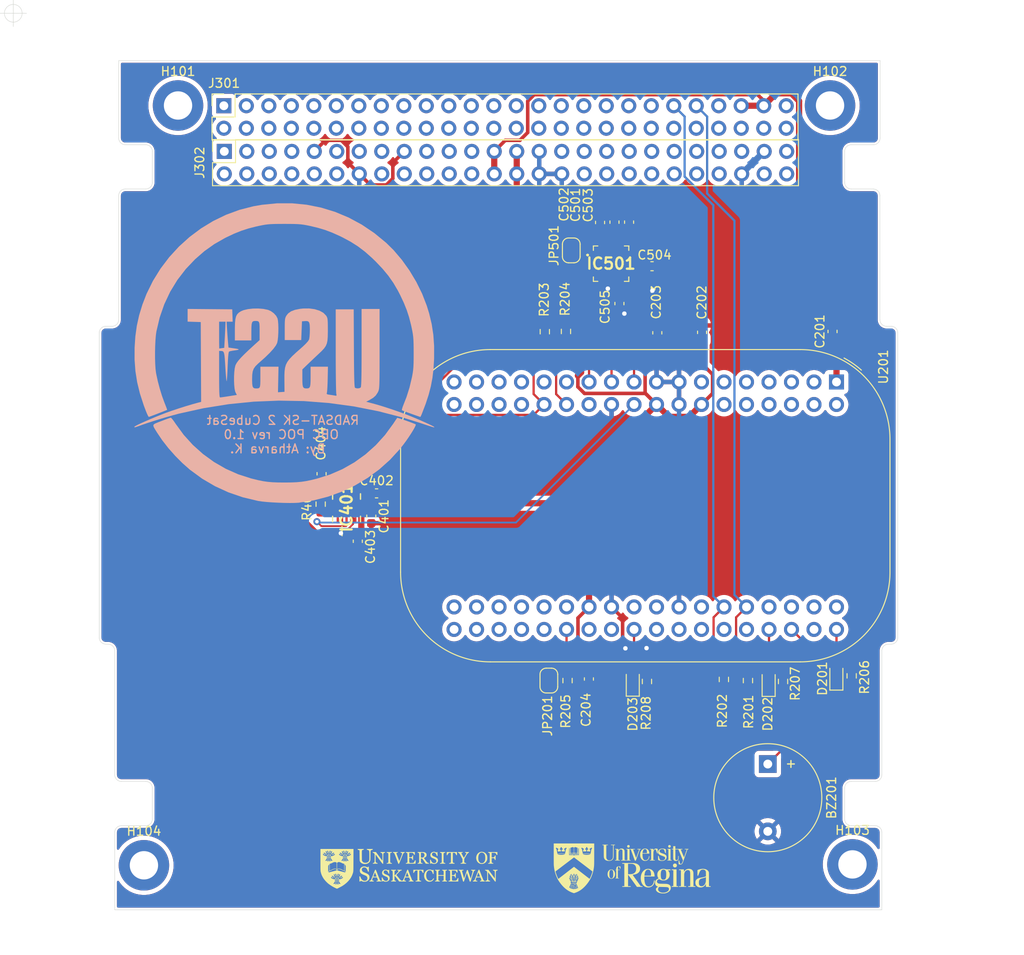
<source format=kicad_pcb>
(kicad_pcb (version 20221018) (generator pcbnew)
  (layers (0 "F.Cu" signal) (31 "B.Cu" signal) (34 "B.Paste" user) (35 "F.Paste" user) (36 "B.SilkS" user "B.Silkscreen") (37 "F.SilkS" user "F.Silkscreen") (38 "B.Mask" user) (39 "F.Mask" user) (44 "Edge.Cuts" user))
  (net 0 "")
  (net 1 "Net-(BZ201--)")
  (net 2 "GND")
  (net 3 "+3.3V")
  (net 4 "/IMU/XOUT")
  (net 5 "/IMU/YOUT")
  (net 6 "/IMU/ZOUT")
  (net 7 "Net-(D201-K)")
  (net 8 "Net-(D201-A)")
  (net 9 "Net-(D202-K)")
  (net 10 "Net-(D202-A)")
  (net 11 "Net-(D203-K)")
  (net 12 "Net-(D203-A)")
  (net 15 "I2C2_SCL")
  (net 16 "I2C2_SDA")
  (net 17 "Net-(IC401-SDO{slash}SA0)")
  (net 19 "/AXXL/INT1")
  (net 21 "Net-(IC501-ST)")
  (net 67 "I2C1_SDA")
  (net 68 "CANH")
  (net 69 "I2C1_SCL")
  (net 70 "CANL")
  (net 73 "+5V")
  (net 118 "Net-(JP201-B)")
  (net 123 "SPI0_CS")
  (net 125 "SPI0_CLK")
  (net 127 "SPI0_MISO")
  (net 129 "SPI0_MOSI")
  (net 135 "UART0_TX")
  (net 137 "UART0_RX")
  (net 145 "UART4_RX")
  (net 146 "UART4_TX")
  (net 157 "SPI1_MOSI")
  (net 158 "SPI1_MISO")
  (net 160 "SPI1_CLK")
  (net 162 "SPI1_CS")
  (footprint "Jumper:SolderJumper-2_P1.3mm_Open_RoundedPad1.0x1.5mm" (layer "F.Cu") (at 150.9992 116.1118 90)
    (fp_text reference "JP201")
    (fp_text value "Jumper_2_Open")
  )
  (footprint "Capacitor_SMD:C_0603_1608Metric" (layer "F.Cu") (at 183.0286 76.691 90)
    (fp_text reference "C201")
    (fp_text value "0.1u")
  )
  (footprint "MountingHole:MountingHole_3.2mm_M3_ISO7380_Pad" (layer "F.Cu") (at 182.747224 51.17726)
    (fp_text reference "H102")
    (fp_text value "MountingHole")
  )
  (footprint "Connector_PinSocket_2.54mm:PinSocket_2x26_P2.54mm_Vertical" (layer "F.Cu") (at 114.3508 56.3626 90)
    (fp_text reference "J302")
    (fp_text value "Conn_02x26_Odd_Even")
  )
  (footprint "Capacitor_SMD:C_0603_1608Metric" (layer "F.Cu") (at 158.9644 73.5434 -90)
    (fp_text reference "C505")
    (fp_text value "4.7uF")
  )
  (footprint "LED_SMD:LED_0603_1608Metric_Pad1.05x0.95mm_HandSolder" (layer "F.Cu") (at 183.4604 115.5276 90)
    (fp_text reference "D201")
    (fp_text value "LED")
  )
  (footprint "USST_logo:usask_logo_20x4" (layer "F.Cu") (at 135.2042 137.3632)
    (fp_text reference "G***" hide)
    (fp_text value "LOGO" hide)
  )
  (footprint "SamacSys_Parts:ADXL335BCPZ" (layer "F.Cu") (at 158.022 69.032)
    (fp_text reference "IC501")
    (fp_text value "ADXL335BCPZ" hide)
  )
  (footprint "Capacitor_SMD:C_0603_1608Metric" (layer "F.Cu") (at 155.5204 115.934 -90)
    (fp_text reference "C204")
    (fp_text value "0.1u")
  )
  (footprint "Resistor_SMD:R_0603_1608Metric_Pad0.98x0.95mm_HandSolder" (layer "F.Cu") (at 177.4406 116.2134 90)
    (fp_text reference "R207")
    (fp_text value "10k")
  )
  (footprint "LED_SMD:LED_0603_1608Metric_Pad1.05x0.95mm_HandSolder" (layer "F.Cu") (at 160.4734 116.2134 90)
    (fp_text reference "D203")
    (fp_text value "LED")
  )
  (footprint "MountingHole:MountingHole_3.2mm_M3_ISO7380_Pad" (layer "F.Cu") (at 109.127224 51.17726)
    (fp_text reference "H101")
    (fp_text value "MountingHole")
  )
  (footprint "Resistor_SMD:R_0603_1608Metric_Pad0.98x0.95mm_HandSolder" (layer "F.Cu") (at 173.4782 116.1118 90)
    (fp_text reference "R201")
    (fp_text value "2k")
  )
  (footprint "Resistor_SMD:R_0603_1608Metric_Pad0.98x0.95mm_HandSolder" (layer "F.Cu") (at 170.7604 115.9848 90)
    (fp_text reference "R202")
    (fp_text value "2k")
  )
  (footprint "Resistor_SMD:R_0603_1608Metric_Pad0.98x0.95mm_HandSolder" (layer "F.Cu") (at 185.1876 115.5784 90)
    (fp_text reference "R206")
    (fp_text value "10k")
  )
  (footprint "Capacitor_SMD:C_0603_1608Metric" (layer "F.Cu") (at 160.0566 64.3486 90)
    (fp_text reference "C503")
    (fp_text value "4.7uF")
  )
  (footprint "Buzzer_Beeper:Buzzer_12x9.5RM7.6" (layer "F.Cu") (at 175.7172 125.5368 -90)
    (fp_text reference "BZ201")
    (fp_text value "Buzzer")
  )
  (footprint "Resistor_SMD:R_0603_1608Metric_Pad0.98x0.95mm_HandSolder" (layer "F.Cu") (at 150.542 76.7164 -90)
    (fp_text reference "R203")
    (fp_text value "2k")
  )
  (footprint "Resistor_SMD:R_0603_1608Metric_Pad0.98x0.95mm_HandSolder" (layer "F.Cu") (at 162.0736 116.2134 90)
    (fp_text reference "R208")
    (fp_text value "10k")
  )
  (footprint "Resistor_SMD:R_0603_1608Metric_Pad0.98x0.95mm_HandSolder" (layer "F.Cu") (at 153.1074 116.1118 90)
    (fp_text reference "R205")
    (fp_text value "10k")
  )
  (footprint "Capacitor_SMD:C_0603_1608Metric" (layer "F.Cu") (at 131.5454 94.9706)
    (fp_text reference "C402")
    (fp_text value "0.1u")
  )
  (footprint "Jumper:SolderJumper-2_P1.3mm_Open_RoundedPad1.0x1.5mm" (layer "F.Cu") (at 153.5288 67.5386 -90)
    (fp_text reference "JP501")
    (fp_text value "Jumper_2_Open")
  )
  (footprint "Module:BeagleBoard_PocketBeagle" (layer "F.Cu") (at 183.4754 82.3976 -90)
    (fp_text reference "U201")
    (fp_text value "PocketBeagle")
  )
  (footprint "SamacSys_Parts:LGA16R50P3X5_300X300X100" (layer "F.Cu") (at 128.1542 96.5962 -90)
    (fp_text reference "IC401")
    (fp_text value "H3LIS200DLTR" hide)
  )
  (footprint "Capacitor_SMD:C_0603_1608Metric" (layer "F.Cu") (at 125.3348 92.7608 90)
    (fp_text reference "C404")
    (fp_text value "0.1u")
  )
  (footprint "Capacitor_SMD:C_0603_1608Metric" (layer "F.Cu") (at 156.78 64.387 90)
    (fp_text reference "C502")
    (fp_text value "0.1u")
  )
  (footprint "USST_logo:u_of_r_logo_20x8" (layer "F.Cu") (at 160.2994 137.287)
    (fp_text reference "G***" hide)
    (fp_text value "LOGO" hide)
  )
  (footprint "Capacitor_SMD:C_0603_1608Metric" (layer "F.Cu") (at 130.9482 97.5614 -90)
    (fp_text reference "C401")
    (fp_text value "0.1u")
  )
  (footprint "Capacitor_SMD:C_0603_1608Metric" (layer "F.Cu") (at 162.6474 69.327)
    (fp_text reference "C504")
    (fp_text value "4.7uF")
  )
  (footprint "LED_SMD:LED_0603_1608Metric_Pad1.05x0.95mm_HandSolder" (layer "F.Cu") (at 175.815 116.2388 90)
    (fp_text reference "D202")
    (fp_text value "LED")
  )
  (footprint "Connector_PinSocket_2.54mm:PinSocket_2x26_P2.54mm_Vertical" (layer "F.Cu") (at 114.3 51.2064 90)
    (fp_text reference "J301")
    (fp_text value "Conn_02x26_Odd_Even")
  )
  (footprint "MountingHole:MountingHole_3.2mm_M3_ISO7380_Pad" (layer "F.Cu") (at 105.277224 136.96726)
    (fp_text reference "H104")
    (fp_text value "MountingHole")
  )
  (footprint "Capacitor_SMD:C_0603_1608Metric" (layer "F.Cu") (at 168.2966 76.7926 90)
    (fp_text reference "C202")
    (fp_text value "0.1u")
  )
  (footprint "MountingHole:MountingHole_3.2mm_M3_ISO7380_Pad" (layer "F.Cu") (at 185.277224 136.86726)
    (fp_text reference "H103")
    (fp_text value "MountingHole")
  )
  (footprint "Capacitor_SMD:C_0603_1608Metric" (layer "F.Cu") (at 163.242 76.8434 90)
    (fp_text reference "C203")
    (fp_text value "0.1u")
  )
  (footprint "Capacitor_SMD:C_0603_1608Metric" (layer "F.Cu") (at 129.4242 100.3808 -90)
    (fp_text reference "C403")
    (fp_text value "0.1u")
  )
  (footprint "Capacitor_SMD:C_0603_1608Metric" (layer "F.Cu") (at 158.4056 64.3486 90)
    (fp_text reference "C501")
    (fp_text value "0.1u")
  )
  (footprint "Resistor_SMD:R_0603_1608Metric_Pad0.98x0.95mm_HandSolder" (layer "F.Cu") (at 152.9296 76.691 -90)
    (fp_text reference "R204")
    (fp_text value "2k")
  )
  (footprint "Resistor_SMD:R_0603_1608Metric_Pad0.98x0.95mm_HandSolder" (layer "F.Cu") (at 125.2332 96.1898 -90)
    (fp_text reference "R401")
    (fp_text value "0R")
  )
  (footprint "USST_logo:USST_logo" (layer "B.Cu") (at 121.1326 79.1464 180)
    (fp_text reference "G***" hide)
    (fp_text value "LOGO" hide)
  )
  (gr_line (start 187.647224 55.60726) (end 185.147224 55.60726) (stroke (width 0.05)) (layer "Edge.Cuts"))
  (gr_line (start 184.397224 56.35726) (end 184.397224 59.85726) (stroke (width 0.05)) (layer "Edge.Cuts"))
  (gr_line (start 106.227224 56.35726) (end 106.227224 59.85726) (stroke (width 0.05)) (layer "Edge.Cuts"))
  (gr_line (start 100.977224 111.99726) (end 101.227224 111.99726) (stroke (width 0.05)) (layer "Edge.Cuts"))
  (gr_line (start 190.397224 76.85726) (end 190.397224 111.24726) (stroke (width 0.05)) (layer "Edge.Cuts"))
  (gr_arc (start 188.397224 54.85726) (mid 188.177579 55.387615) (end 187.647224 55.60726) (stroke (width 0.05)) (layer "Edge.Cuts"))
  (gr_arc (start 102.427224 75.35726) (mid 102.207579 75.887615) (end 101.677224 76.10726) (stroke (width 0.05)) (layer "Edge.Cuts"))
  (gr_line (start 184.397224 128.24726) (end 184.397224 131.74726) (stroke (width 0.05)) (layer "Edge.Cuts"))
  (gr_line (start 100.227224 76.85726) (end 100.227224 111.24726) (stroke (width 0.05)) (layer "Edge.Cuts"))
  (gr_line (start 102.427224 46.10726) (end 188.397224 46.10726) (stroke (width 0.05)) (layer "Edge.Cuts"))
  (gr_arc (start 188.597224 112.74726) (mid 188.816919 112.216955) (end 189.347224 111.99726) (stroke (width 0.05)) (layer "Edge.Cuts"))
  (gr_line (start 101.677224 76.10726) (end 100.977224 76.10726) (stroke (width 0.05)) (layer "Edge.Cuts"))
  (gr_arc (start 105.477224 127.49726) (mid 106.007551 127.716933) (end 106.227224 128.24726) (stroke (width 0.05)) (layer "Edge.Cuts"))
  (gr_arc (start 100.227224 76.85726) (mid 100.446919 76.326955) (end 100.977224 76.10726) (stroke (width 0.05)) (layer "Edge.Cuts"))
  (gr_line (start 101.977224 112.74726) (end 101.977224 126.74726) (stroke (width 0.05)) (layer "Edge.Cuts"))
  (gr_arc (start 184.397224 56.35726) (mid 184.616919 55.826955) (end 185.147224 55.60726) (stroke (width 0.05)) (layer "Edge.Cuts"))
  (gr_arc (start 185.147224 60.60726) (mid 184.61689 60.387594) (end 184.397224 59.85726) (stroke (width 0.05)) (layer "Edge.Cuts"))
  (gr_arc (start 184.397224 128.24726) (mid 184.616919 127.716955) (end 185.147224 127.49726) (stroke (width 0.05)) (layer "Edge.Cuts"))
  (gr_line (start 102.427224 46.10726) (end 102.427224 54.85726) (stroke (width 0.05)) (layer "Edge.Cuts"))
  (gr_arc (start 187.627224 60.60726) (mid 188.157551 60.826933) (end 188.377224 61.35726) (stroke (width 0.05)) (layer "Edge.Cuts"))
  (gr_line (start 188.597224 112.74726) (end 188.597224 126.74726) (stroke (width 0.05)) (layer "Edge.Cuts"))
  (gr_line (start 185.147224 60.60726) (end 187.627224 60.60726) (stroke (width 0.05)) (layer "Edge.Cuts"))
  (gr_line (start 105.477224 60.60726) (end 103.177224 60.60726) (stroke (width 0.05)) (layer "Edge.Cuts"))
  (gr_arc (start 105.477224 55.60726) (mid 106.007551 55.826933) (end 106.227224 56.35726) (stroke (width 0.05)) (layer "Edge.Cuts"))
  (gr_arc (start 106.227224 59.85726) (mid 106.007579 60.387615) (end 105.477224 60.60726) (stroke (width 0.05)) (layer "Edge.Cuts"))
  (gr_arc (start 102.427224 61.35726) (mid 102.646919 60.826955) (end 103.177224 60.60726) (stroke (width 0.05)) (layer "Edge.Cuts"))
  (gr_line (start 102.727224 127.49726) (end 105.477224 127.49726) (stroke (width 0.05)) (layer "Edge.Cuts"))
  (gr_line (start 102.427224 61.35726) (end 102.427224 75.35726) (stroke (width 0.05)) (layer "Edge.Cuts"))
  (gr_line (start 187.847224 127.49726) (end 185.147224 127.49726) (stroke (width 0.05)) (layer "Edge.Cuts"))
  (gr_line (start 105.477224 132.49726) (end 102.727224 132.49726) (stroke (width 0.05)) (layer "Edge.Cuts"))
  (gr_arc (start 103.177224 55.60726) (mid 102.64689 55.387594) (end 102.427224 54.85726) (stroke (width 0.05)) (layer "Edge.Cuts"))
  (gr_arc (start 102.727224 127.49726) (mid 102.19689 127.277594) (end 101.977224 126.74726) (stroke (width 0.05)) (layer "Edge.Cuts"))
  (gr_arc (start 189.127224 76.10726) (mid 188.59689 75.887594) (end 188.377224 75.35726) (stroke (width 0.05)) (layer "Edge.Cuts"))
  (gr_line (start 188.377224 61.35726) (end 188.377224 75.35726) (stroke (width 0.05)) (layer "Edge.Cuts"))
  (gr_line (start 189.127224 76.10726) (end 189.647224 76.10726) (stroke (width 0.05)) (layer "Edge.Cuts"))
  (gr_arc (start 189.647224 76.10726) (mid 190.177551 76.326933) (end 190.397224 76.85726) (stroke (width 0.05)) (layer "Edge.Cuts"))
  (gr_arc (start 187.847224 132.49726) (mid 188.377551 132.716933) (end 188.597224 133.24726) (stroke (width 0.05)) (layer "Edge.Cuts"))
  (gr_arc (start 106.227224 131.74726) (mid 106.007579 132.277615) (end 105.477224 132.49726) (stroke (width 0.05)) (layer "Edge.Cuts"))
  (gr_line (start 103.177224 55.60726) (end 105.477224 55.60726) (stroke (width 0.05)) (layer "Edge.Cuts"))
  (gr_line (start 188.597224 141.99726) (end 101.977224 141.99726) (stroke (width 0.05)) (layer "Edge.Cuts"))
  (gr_arc (start 101.977224 133.24726) (mid 102.196919 132.716955) (end 102.727224 132.49726) (stroke (width 0.05)) (layer "Edge.Cuts"))
  (gr_line (start 188.597224 133.24726) (end 188.597224 141.99726) (stroke (width 0.05)) (layer "Edge.Cuts"))
  (gr_line (start 188.397224 46.10726) (end 188.397224 54.85726) (stroke (width 0.05)) (layer "Edge.Cuts"))
  (gr_line (start 106.227224 128.24726) (end 106.227224 131.74726) (stroke (width 0.05)) (layer "Edge.Cuts"))
  (gr_line (start 185.147224 132.49726) (end 187.847224 132.49726) (stroke (width 0.05)) (layer "Edge.Cuts"))
  (gr_arc (start 188.597224 126.74726) (mid 188.377579 127.277615) (end 187.847224 127.49726) (stroke (width 0.05)) (layer "Edge.Cuts"))
  (gr_arc (start 101.227224 111.99726) (mid 101.757551 112.216933) (end 101.977224 112.74726) (stroke (width 0.05)) (layer "Edge.Cuts"))
  (gr_arc (start 190.397224 111.24726) (mid 190.177579 111.777615) (end 189.647224 111.99726) (stroke (width 0.05)) (layer "Edge.Cuts"))
  (gr_arc (start 185.147224 132.49726) (mid 184.61689 132.277594) (end 184.397224 131.74726) (stroke (width 0.05)) (layer "Edge.Cuts"))
  (gr_line (start 101.977224 133.24726) (end 101.977224 141.99726) (stroke (width 0.05)) (layer "Edge.Cuts"))
  (gr_arc (start 100.977224 111.99726) (mid 100.44689 111.777594) (end 100.227224 111.24726) (stroke (width 0.05)) (layer "Edge.Cuts"))
  (gr_line (start 189.647224 111.99726) (end 189.347224 111.99726) (stroke (width 0.05)) (layer "Edge.Cuts"))
  (gr_text "RADSAT-SK 2 CubeSat\n   OBC POC rev 1.0 \n     By: Atharva K." (at 129.667 90.5256) (layer "B.SilkS") (effects (font (size 1 1)) (justify left bottom mirror)))
  (target plus (at 90.5256 40.767) (size 3) (width 0.05) (layer "Edge.Cuts"))
  (segment (start 178.3954 110.3376) (end 180.1876 112.1298) (width 0.254) (layer "F.Cu") (net 1))
  (segment (start 180.1876 112.1298) (end 180.1876 121.0664) (width 0.254) (layer "F.Cu") (net 1))
  (segment (start 180.1876 121.0664) (end 175.7172 125.5368) (width 0.254) (layer "F.Cu") (net 1))
  (segment (start 127.9581 97.1321) (end 127.9581 96.8319) (width 0.2) (layer "F.Cu") (net 2))
  (segment (start 129.5766 96.0882) (end 129.002 96.0882) (width 0.2) (layer "F.Cu") (net 2))
  (segment (start 155.6766 70.4366) (end 156.022 70.782) (width 0.2) (layer "F.Cu") (net 2))
  (segment (start 158.9644 74.3184) (end 159.1649 74.3184) (width 0.2) (layer "F.Cu") (net 2))
  (segment (start 156.272 69.357) (end 155.822 69.357) (width 0.2) (layer "F.Cu") (net 2))
  (segment (start 129.002 96.0882) (end 128.856738 96.233462) (width 0.2) (layer "F.Cu") (net 2))
  (segment (start 125.7608 55.1126) (end 127.568567 55.1126) (width 0.4) (layer "F.Cu") (net 2))
  (segment (start 129.5908 58.9026) (end 130.8408 60.1526) (width 0.4) (layer "F.Cu") (net 2))
  (segment (start 158.272 69.282) (end 158.272 70.782) (width 0.7) (layer "F.Cu") (net 2))
  (segment (start 128.856738 96.233462) (end 128.856738 97.730538) (width 0.2) (layer "F.Cu") (net 2))
  (segment (start 127.568567 55.1126) (end 128.3008 55.844833) (width 0.4) (layer "F.Cu") (net 2))
  (segment (start 128.905 98.426285) (end 127.857585 99.4737) (width 0.2) (layer "F.Cu") (net 2))
  (segment (start 159.5794 112.4116) (end 159.639 112.4712) (width 0.4) (layer "F.Cu") (net 2))
  (segment (start 126.7318 96.0882) (end 126.7318 95.6056) (width 0.2) (layer "F.Cu") (net 2))
  (segment (start 128.856738 97.730538) (end 128.9741 97.8479) (width 0.2) (layer "F.Cu") (net 2))
  (segment (start 128.856738 97.730538) (end 128.856738 97.824062) (width 0.2) (layer "F.Cu") (net 2))
  (segment (start 128.9741 97.8479) (end 127.9581 96.8319) (width 0.2) (layer "F.Cu") (net 2))
  (segment (start 132.648567 60.1526) (end 133.3808 59.420367) (width 0.4) (layer "F.Cu") (net 2))
  (segment (start 128.3008 57.6126) (end 129.5908 58.9026) (width 0.4) (layer "F.Cu") (net 2))
  (segment (start 128.3008 55.844833) (end 128.3008 57.6126) (width 0.4) (layer "F.Cu") (net 2))
  (segment (start 158.022 69.032) (end 158.272 69.282) (width 0.7) (layer "F.Cu") (net 2))
  (segment (start 155.6766 69.5024) (end 155.6766 70.4366) (width 0.2) (layer "F.Cu") (net 2))
  (segment (start 127.9581 96.8319) (end 127.2144 96.0882) (width 0.2) (layer "F.Cu") (net 2))
  (segment (start 130.8408 60.1526) (end 132.648567 60.1526) (width 0.4) (layer "F.Cu") (net 2))
  (segment (start 156.022 70.782) (end 157.047 70.782) (width 0.2) (layer "F.Cu") (net 2))
  (segment (start 128.905 98.0186) (end 129.1448 98.0186) (width 0.2) (layer "F.Cu") (net 2))
  (segment (start 155.822 69.357) (end 155.6766 69.5024) (width 0.2) (layer "F.Cu") (net 2))
  (segment (start 159.1649 74.3184) (end 159.5225 74.676) (width 0.2) (layer "F.Cu") (net 2))
  (segment (start 127.6462 97.444) (end 127.9581 97.1321) (width 0.2) (layer "F.Cu") (net 2))
  (segment (start 159.3254 109.0476) (end 159.3254 112.4116) (width 0.4) (layer "F.Cu") (net 2))
  (segment (start 128.6622 98.0186) (end 128.905 98.0186) (width 0.2) (layer "F.Cu") (net 2))
  (segment (start 128.8852 98.2782) (end 128.8852 98.2416) (width 0.2) (layer "F.Cu") (net 2))
  (segment (start 127.2144 96.0882) (end 126.7318 96.0882) (width 0.2) (layer "F.Cu") (net 2))
  (segment (start 126.7318 95.6056) (end 127.1636 95.1738) (width 0.2) (layer "F.Cu") (net 2))
  (segment (start 127.857585 99.4737) (end 127.515605 99.4737) (width 0.2) (layer "F.Cu") (net 2))
  (segment (start 128.856738 97.824062) (end 128.6622 98.0186) (width 0.2) (layer "F.Cu") (net 2))
  (segment (start 157.6578 71.8566) (end 158.347 71.1674) (width 0.2) (layer "F.Cu") (net 2))
  (segment (start 158.347 71.1674) (end 158.347 70.782) (width 0.2) (layer "F.Cu") (net 2))
  (segment (start 128.8852 98.2782) (end 129.1448 98.0186) (width 0.2) (layer "F.Cu") (net 2))
  (segment (start 128.8852 98.2416) (end 128.6622 98.0186) (width 0.2) (layer "F.Cu") (net 2))
  (segment (start 133.3808 59.420367) (end 133.3808 57.6526) (width 0.4) (layer "F.Cu") (net 2))
  (segment (start 157.6578 71.8566) (end 157.8102 71.8566) (width 0.2) (layer "F.Cu") (net 2))
  (segment (start 128.905 98.0186) (end 128.905 98.426285) (width 0.2) (layer "F.Cu") (net 2))
  (segment (start 128.9741 97.8479) (end 129.1448 98.0186) (width 0.2) (layer "F.Cu") (net 2))
  (segment (start 127.6462 98.0186) (end 127.6462 97.444) (width 0.2) (layer "F.Cu") (net 2))
  (segment (start 159.3254 112.4116) (end 159.5794 112.4116) (width 0.4) (layer "F.Cu") (net 2))
  (segment (start 133.3808 57.6526) (end 134.6708 56.3626) (width 0.4) (layer "F.Cu") (net 2))
  (segment (start 158.0754 107.7976) (end 159.3254 109.0476) (width 0.4) (layer "F.Cu") (net 2))
  (segment (start 124.5108 56.3626) (end 125.7608 55.1126) (width 0.4) (layer "F.Cu") (net 2))
  (via (at 162.687 72.0852) (size 1) (drill 0.5) (layers "F.Cu" "B.Cu") (net 2))
  (via (at 127.515605 99.4737) (size 1) (drill 0.5) (layers "F.Cu" "B.Cu") (net 2))
  (via (at 159.639 112.4712) (size 1) (drill 0.5) (layers "F.Cu" "B.Cu") (net 2))
  (via (at 162.0266 112.4458) (size 1) (drill 0.5) (layers "F.Cu" "B.Cu") (net 2))
  (via (at 159.5225 74.676) (size 1) (drill 0.5) (layers "F.Cu" "B.Cu") (net 2))
  (via (at 157.6578 71.8566) (size 1) (drill 0.5) (layers "F.Cu" "B.Cu") (net 2))
  (segment (start 159.639 112.4712) (end 162.0012 112.4712) (width 0.4) (layer "B.Cu") (net 2))
  (segment (start 162.4584 71.8566) (end 162.687 72.0852) (width 0.2) (layer "B.Cu") (net 2))
  (segment (start 162.0012 112.4712) (end 162.0266 112.4458) (width 0.4) (layer "B.Cu") (net 2))
  (segment (start 172.7708 58.9026) (end 175.3108 56.3626) (width 0.7) (layer "B.Cu") (net 2))
  (segment (start 157.8102 71.8566) (end 162.4584 71.8566) (width 0.2) (layer "B.Cu") (net 2))
  (segment (start 161.8654 83.6476) (end 163.1554 84.9376) (width 0.4) (layer "F.Cu") (net 3))
  (segment (start 152.9296 75.7785) (end 154.6352 77.4841) (width 0.7) (layer "F.Cu") (net 3))
  (segment (start 152.335 96.0882) (end 155.5354 92.8878) (width 0.7) (layer "F.Cu") (net 3))
  (segment (start 168.2966 77.5676) (end 168.2966 80.356501) (width 0.7) (layer "F.Cu") (net 3))
  (segment (start 147.3708 60.7306) (end 147.3708 58.9026) (width 0.7) (layer "F.Cu") (net 3))
  (segment (start 130.9482 96.7864) (end 131.168784 96.7864) (width 0.7) (layer "F.Cu") (net 3))
  (segment (start 127.889 100.584) (end 125.8316 100.584) (width 0.7) (layer "F.Cu") (net 3))
  (segment (start 158.272 65.2572) (end 158.272 67.282) (width 0.7) (layer "F.Cu") (net 3))
  (segment (start 156.78 65.162) (end 157.772 66.154) (width 0.7) (layer "F.Cu") (net 3))
  (segment (start 129.4242 99.6058) (end 128.8672 99.6058) (width 0.7) (layer "F.Cu") (net 3))
  (segment (start 152.800982 66.8886) (end 153.5288 66.8886) (width 0.7) (layer "F.Cu") (net 3))
  (segment (start 123.5202 95.8596) (end 124.1025 95.2773) (width 0.7) (layer "F.Cu") (net 3))
  (segment (start 123.5202 98.2726) (end 123.5202 95.8596) (width 0.7) (layer "F.Cu") (net 3))
  (segment (start 155.5354 92.5576) (end 163.1554 84.9376) (width 0.7) (layer "F.Cu") (net 3))
  (segment (start 129.348 94.9706) (end 129.3392 94.9794) (width 0.7) (layer "F.Cu") (net 3))
  (segment (start 150.5674 75.7785) (end 150.542 75.8039) (width 0.7) (layer "F.Cu") (net 3))
  (segment (start 154.6352 77.4841) (end 154.6352 81.317901) (width 0.7) (layer "F.Cu") (net 3))
  (segment (start 169.4854 83.6876) (end 168.2354 84.9376) (width 0.4) (layer "F.Cu") (net 3))
  (segment (start 125.3348 95.1757) (end 125.2332 95.2773) (width 0.7) (layer "F.Cu") (net 3))
  (segment (start 130.927 96.7652) (end 129.5766 96.7652) (width 0.7) (layer "F.Cu") (net 3))
  (segment (start 158.4056 65.1236) (end 158.272 65.2572) (width 0.7) (layer "F.Cu") (net 3))
  (segment (start 152.2288 75.0777) (end 152.2288 67.460782) (width 0.7) (layer "F.Cu") (net 3))
  (segment (start 129.8218 99.2082) (end 129.8218 97.3494) (width 0.7) (layer "F.Cu") (net 3))
  (segment (start 130.7704 94.9706) (end 129.348 94.9706) (width 0.7) (layer "F.Cu") (net 3))
  (segment (start 154.27315 81.679951) (end 154.27315 82.943117) (width 0.4) (layer "F.Cu") (net 3))
  (segment (start 168.2966 80.356501) (end 169.4854 81.545301) (width 0.4) (layer "F.Cu") (net 3))
  (segment (start 128.8672 99.6058) (end 127.889 100.584) (width 0.7) (layer "F.Cu") (net 3))
  (segment (start 155.0534 66.8886) (end 156.78 65.162) (width 0.7) (layer "F.Cu") (net 3))
  (segment (start 163.242 77.6184) (end 161.8654 78.995) (width 0.4) (layer "F.Cu") (net 3))
  (segment (start 155.5354 107.7976) (end 155.5354 92.5576) (width 0.7) (layer "F.Cu") (net 3))
  (segment (start 169.4854 81.545301) (end 169.4854 83.6876) (width 0.4) (layer "F.Cu") (net 3))
  (segment (start 161.9054 83.6876) (end 163.1554 84.9376) (width 0.4) (layer "F.Cu") (net 3))
  (segment (start 169.4943 118.1634) (end 154.2465 118.1634) (width 0.7) (layer "F.Cu") (net 3))
  (segment (start 124.1025 95.2773) (end 125.2332 95.2773) (width 0.7) (layer "F.Cu") (net 3))
  (segment (start 155.5204 115.159) (end 154.2854 113.924) (width 0.4) (layer "F.Cu") (net 3))
  (segment (start 154.6352 81.317901) (end 154.27315 81.679951) (width 0.7) (layer "F.Cu") (net 3))
  (segment (start 152.9296 75.7785) (end 152.2288 75.0777) (width 0.7) (layer "F.Cu") (net 3))
  (segment (start 130.7704 94.991616) (end 131.866984 96.0882) (width 0.7) (layer "F.Cu") (net 3))
  (segment (start 166.8354 86.3376) (end 164.5554 86.3376) (width 0.7) (layer "F.Cu") (net 3))
  (segment (start 131.168784 96.7864) (end 131.866984 96.0882) (width 0.7) (layer "F.Cu") (net 3))
  (segment (start 125.3348 93.5358) (end 125.3348 95.1757) (width 0.7) (layer "F.Cu") (net 3))
  (segment (start 154.2854 109.0476) (end 155.5354 107.7976) (width 0.4) (layer "F.Cu") (net 3))
  (segment (start 173.4782 117.0243) (end 170.8874 117.0243) (width 0.7) (layer "F.Cu") (net 3))
  (segment (start 164.5554 86.3376) (end 163.1554 84.9376) (width 0.7) (layer "F.Cu") (net 3))
  (segment (start 168.2354 84.9376) (end 166.8354 86.3376) (width 0.7) (layer "F.Cu") (net 3))
  (segment (start 152.2288 67.460782) (end 152.800982 66.8886) (width 0.7) (layer "F.Cu") (net 3))
  (segment (start 129.8218 97.3494) (end 129.5766 97.1042) (width 0.7) (layer "F.Cu") (net 3))
  (segment (start 155.017633 83.6876) (end 161.9054 83.6876) (width 0.4) (layer "F.Cu") (net 3))
  (segment (start 154.27315 82.943117) (end 155.017633 83.6876) (width 0.4) (layer "F.Cu") (net 3))
  (segment (start 161.8654 78.995) (end 161.8654 83.6476) (width 0.4) (layer "F.Cu") (net 3))
  (segment (start 125.8316 100.584) (end 123.5202 98.2726) (width 0.7) (layer "F.Cu") (net 3))
  (segment (start 170.8874 117.0243) (end 170.7604 116.8973) (width 0.7) (layer "F.Cu") (net 3))
  (segment (start 130.7704 94.9706) (end 130.7704 94.991616) (width 0.7) (layer "F.Cu") (net 3))
  (segment (start 131.866984 96.0882) (end 152.335 96.0882) (width 0.7) (layer "F.Cu") (net 3))
  (segment (start 129.3392 94.9794) (end 129.3392 95.1738) (width 0.7) (layer "F.Cu") (net 3))
  (segment (start 153.1074 117.0243) (end 154.9727 115.159) (width 0.7) (layer "F.Cu") (net 3))
  (segment (start 154.2854 113.924) (end 154.2854 109.0476) (width 0.4) (layer "F.Cu") (net 3))
  (segment (start 157.772 66.154) (end 157.772 67.282) (width 0.7) (layer "F.Cu") (net 3))
  (segment (start 152.9296 75.7785) (end 150.5674 75.7785) (width 0.7) (layer "F.Cu") (net 3))
  (segment (start 170.7604 116.8973) (end 169.4943 118.1634) (width 0.7) (layer "F.Cu") (net 3))
  (segment (start 153.5288 66.8886) (end 155.0534 66.8886) (width 0.7) (layer "F.Cu") (net 3))
  (segment (start 130.9482 96.7864) (end 130.927 96.7652) (width 0.7) (layer "F.Cu") (net 3))
  (segment (start 129.4242 99.6058) (end 129.8218 99.2082) (width 0.7) (layer "F.Cu") (net 3))
  (segment (start 153.5288 66.8886) (end 147.3708 60.7306) (width 0.7) (layer "F.Cu") (net 3))
  (segment (start 147.3708 58.9026) (end 147.3708 56.3626) (width 0.7) (layer "F.Cu") (net 3))
  (segment (start 154.2465 118.1634) (end 153.1074 117.0243) (width 0.7) (layer "F.Cu") (net 3))
  (segment (start 154.9727 115.159) (end 155.5204 115.159) (width 0.7) (layer "F.Cu") (net 3))
  (segment (start 159.772 68.057) (end 163.408046 68.057) (width 0.254) (layer "F.Cu") (net 4))
  (segment (start 159.772 65.4082) (end 159.772 68.057) (width 0.254) (layer "F.Cu") (net 4))
  (segment (start 163.408046 68.057) (end 164.592 69.240954) (width 0.254) (layer "F.Cu") (net 4))
  (segment (start 164.592 69.240954) (end 164.592 73.462754) (width 0.254) (layer "F.Cu") (net 4))
  (segment (start 160.0566 65.1236) (end 159.772 65.4082) (width 0.254) (layer "F.Cu") (net 4))
  (segment (start 160.6154 77.439354) (end 160.6154 82.3976) (width 0.254) (layer "F.Cu") (net 4))
  (segment (start 164.592 73.462754) (end 160.6154 77.439354) (width 0.254) (layer "F.Cu") (net 4))
  (segment (start 160.201 69.357) (end 160.349 69.505) (width 0.254) (layer "F.Cu") (net 5))
  (segment (start 160.349 77.063701) (end 158.0754 79.337301) (width 0.254) (layer "F.Cu") (net 5))
  (segment (start 160.349 69.505) (end 160.349 77.063701) (width 0.254) (layer "F.Cu") (net 5))
  (segment (start 161.8424 69.357) (end 161.8724 69.327) (width 0.254) (layer "F.Cu") (net 5))
  (segment (start 159.772 69.357) (end 160.201 69.357) (width 0.254) (layer "F.Cu") (net 5))
  (segment (start 158.0754 79.337301) (end 158.0754 82.3976) (width 0.254) (layer "F.Cu") (net 5))
  (segment (start 159.772 69.357) (end 161.8424 69.357) (width 0.254) (layer "F.Cu") (net 5))
  (segment (start 158.997 72.7358) (end 158.9644 72.7684) (width 0.254) (layer "F.Cu") (net 6))
  (segment (start 155.5354 76.1974) (end 155.5354 82.3976) (width 0.254) (layer "F.Cu") (net 6))
  (segment (start 158.9644 72.7684) (end 155.5354 76.1974) (width 0.254) (layer "F.Cu") (net 6))
  (segment (start 158.997 70.782) (end 158.997 72.7358) (width 0.254) (layer "F.Cu") (net 6))
  (segment (start 185.0993 116.4026) (end 185.1876 116.4909) (width 0.254) (layer "F.Cu") (net 7))
  (segment (start 183.4604 116.4026) (end 185.0993 116.4026) (width 0.254) (layer "F.Cu") (net 7))
  (segment (start 183.4754 114.6376) (end 183.4604 114.6526) (width 0.254) (layer "F.Cu") (net 8))
  (segment (start 183.4754 110.3376) (end 183.4754 114.6376) (width 0.254) (layer "F.Cu") (net 8))
  (segment (start 177.4406 117.1259) (end 175.8271 117.1259) (width 0.254) (layer "F.Cu") (net 9))
  (segment (start 175.8271 117.1259) (end 175.815 117.1138) (width 0.254) (layer "F.Cu") (net 9))
  (segment (start 175.815 115.3638) (end 175.8554 115.3234) (width 0.254) (layer "F.Cu") (net 10))
  (segment (start 175.8554 115.3234) (end 175.8554 110.3376) (width 0.254) (layer "F.Cu") (net 10))
  (segment (start 160.4734 117.0884) (end 162.0361 117.0884) (width 0.254) (layer "F.Cu") (net 11))
  (segment (start 162.0361 117.0884) (end 162.0736 117.1259) (width 0.254) (layer "F.Cu") (net 11))
  (segment (start 160.6154 115.1964) (end 160.6154 110.3376) (width 0.254) (layer "F.Cu") (net 12))
  (segment (start 160.4734 115.3384) (end 160.6154 115.1964) (width 0.254) (layer "F.Cu") (net 12))
  (segment (start 149.2784 83.7606) (end 150.4554 84.9376) (width 0.254) (layer "F.Cu") (net 15))
  (segment (start 136.0768 86.1146) (end 149.2784 86.1146) (width 0.254) (layer "F.Cu") (net 15))
  (segment (start 127.6462 94.5452) (end 136.0768 86.1146) (width 0.254) (layer "F.Cu") (net 15))
  (segment (start 149.2784 86.1146) (end 150.4554 84.9376) (width 0.254) (layer "F.Cu") (net 15))
  (segment (start 149.2784 78.8925) (end 149.2784 83.7606) (width 0.254) (layer "F.Cu") (net 15))
  (segment (start 150.542 77.6289) (end 149.2784 78.8925) (width 0.254) (layer "F.Cu") (net 15))
  (segment (start 127.6462 95.1738) (end 127.6462 94.5452) (width 0.254) (layer "F.Cu") (net 15))
  (segment (start 151.8184 78.7147) (end 151.8184 83.7606) (width 0.254) (layer "F.Cu") (net 16))
  (segment (start 152.9296 77.6035) (end 151.8184 78.7147) (width 0.254) (layer "F.Cu") (net 16))
  (segment (start 126.0492 94.97927) (end 144.21407 76.8144) (width 0.254) (layer "F.Cu") (net 16))
  (segment (start 144.21407 76.8144) (end 152.1405 76.8144) (width 0.254) (layer "F.Cu") (net 16))
  (segment (start 126.7318 96.5962) (end 126.1032 96.5962) (width 0.254) (layer "F.Cu") (net 16))
  (segment (start 152.1405 76.8144) (end 152.9296 77.6035) (width 0.254) (layer "F.Cu") (net 16))
  (segment (start 151.8184 83.7606) (end 152.9954 84.9376) (width 0.254) (layer "F.Cu") (net 16))
  (segment (start 126.1032 96.5962) (end 126.0492 96.5422) (width 0.254) (layer "F.Cu") (net 16))
  (segment (start 126.0492 96.5422) (end 126.0492 94.97927) (width 0.254) (layer "F.Cu") (net 16))
  (segment (start 126.7299 97.1023) (end 126.7318 97.1042) (width 0.254) (layer "F.Cu") (net 17))
  (segment (start 125.2332 97.1023) (end 126.7299 97.1023) (width 0.254) (layer "F.Cu") (net 17))
  (segment (start 125.314899 98.6742) (end 128.0914 98.6742) (width 0.2) (layer "F.Cu") (net 19))
  (segment (start 128.1542 98.6114) (end 128.1542 98.0186) (width 0.2) (layer "F.Cu") (net 19))
  (segment (start 128.0914 98.6742) (end 128.1542 98.6114) (width 0.2) (layer "F.Cu") (net 19))
  (segment (start 124.808886 98.168187) (end 125.314899 98.6742) (width 0.2) (layer "F.Cu") (net 19))
  (via (at 124.808886 98.168187) (size 0.8) (drill 0.4) (layers "F.Cu" "B.Cu") (net 19))
  (segment (start 124.908947 98.268248) (end 147.284752 98.268248) (width 0.2) (layer "B.Cu") (net 19))
  (segment (start 147.284752 98.268248) (end 160.6154 84.9376) (width 0.2) (layer "B.Cu") (net 19))
  (segment (start 124.808886 98.168187) (end 124.908947 98.268248) (width 0.2) (layer "B.Cu") (net 19))
  (segment (start 154.0472 68.707) (end 156.272 68.707) (width 0.254) (layer "F.Cu") (net 21))
  (segment (start 153.5288 68.1886) (end 154.0472 68.707) (width 0.254) (layer "F.Cu") (net 21))
  (segment (start 169.5984 108.9746) (end 170.7754 107.7976) (width 0.254) (layer "F.Cu") (net 67))
  (segment (start 169.5984 113.9103) (end 169.5984 108.9746) (width 0.254) (layer "F.Cu") (net 67))
  (segment (start 170.7604 115.0723) (end 169.5984 113.9103) (width 0.254) (layer "F.Cu") (net 67))
  (segment (start 169.563635 106.585835) (end 169.563635 62.439965) (width 0.254) (layer "B.Cu") (net 67))
  (segment (start 166.3278 59.20413) (end 166.3278 52.4342) (width 0.254) (layer "B.Cu") (net 67))
  (segment (start 166.3278 52.4342) (end 165.1 51.2064) (width 0.254) (layer "B.Cu") (net 67))
  (segment (start 169.563635 62.439965) (end 166.3278 59.20413) (width 0.254) (layer "B.Cu") (net 67))
  (segment (start 170.7754 107.7976) (end 169.563635 106.585835) (width 0.254) (layer "B.Cu") (net 67))
  (segment (start 173.4782 115.1993) (end 172.1384 113.8595) (width 0.254) (layer "F.Cu") (net 69))
  (segment (start 172.1384 113.8595) (end 172.1384 108.9746) (width 0.254) (layer "F.Cu") (net 69))
  (segment (start 172.1384 108.9746) (end 173.3154 107.7976) (width 0.254) (layer "F.Cu") (net 69))
  (segment (start 171.9524 64.186678) (end 171.9524 106.4346) (width 0.254) (layer "B.Cu") (net 69))
  (segment (start 168.8678 61.102078) (end 171.9524 64.186678) (width 0.254) (layer "B.Cu") (net 69))
  (segment (start 171.9524 106.4346) (end 173.3154 107.7976) (width 0.254) (layer "B.Cu") (net 69))
  (segment (start 167.64 51.2064) (end 168.8678 52.4342) (width 0.254) (layer "B.Cu") (net 69))
  (segment (start 168.8678 52.4342) (end 168.8678 61.102078) (width 0.254) (layer "B.Cu") (net 69))
  (segment (start 148.61 54.224167) (end 147.721567 55.1126) (width 0.4) (layer "F.Cu") (net 73))
  (segment (start 147.721567 55.1126) (end 146.0808 55.1126) (width 0.4) (layer "F.Cu") (net 73))
  (segment (start 148.61 50.688633) (end 148.61 54.224167) (width 0.4) (layer "F.Cu") (net 73))
  (segment (start 175.26 51.2064) (end 175.26 50.6476) (width 0.4) (layer "F.Cu") (net 73))
  (segment (start 178.379899 49.8064) (end 176.66 49.8064) (width 0.7) (layer "F.Cu") (net 73))
  (segment (start 174.5688 49.9564) (end 149.342233 49.9564) (width 0.4) (layer "F.Cu") (net 73))
  (segment (start 176.66 49.8064) (end 175.26 51.2064) (width 0.7) (layer "F.Cu") (net 73))
  (segment (start 146.0808 55.1126) (end 144.8308 56.3626) (width 0.4) (layer "F.Cu") (net 73))
  (segment (start 179.2508 50.677301) (end 178.379899 49.8064) (width 0.7) (layer "F.Cu") (net 73))
  (segment (start 183.0286 77.466) (end 183.007584 77.466) (width 0.7) (layer "F.Cu") (net 73))
  (segment (start 172.72 51.2064) (end 175.26 51.2064) (width 0.7) (layer "F.Cu") (net 73))
  (segment (start 175.26 50.6476) (end 174.5688 49.9564) (width 0.4) (layer "F.Cu") (net 73))
  (segment (start 183.4754 77.9128) (end 183.0286 77.466) (width 0.7) (layer "F.Cu") (net 73))
  (segment (start 144.8308 56.3626) (end 144.8308 58.9026) (width 0.7) (layer "F.Cu") (net 73))
  (segment (start 179.2508 73.709216) (end 179.2508 50.677301) (width 0.7) (layer "F.Cu") (net 73))
  (segment (start 183.4754 82.3976) (end 183.4754 77.9128) (width 0.7) (layer "F.Cu") (net 73))
  (segment (start 183.007584 77.466) (end 179.2508 73.709216) (width 0.7) (layer "F.Cu") (net 73))
  (segment (start 149.342233 49.9564) (end 148.61 50.688633) (width 0.4) (layer "F.Cu") (net 73))
  (segment (start 153.1074 115.1993) (end 152.9954 115.0873) (width 0.254) (layer "F.Cu") (net 118))
  (segment (start 153.1074 115.1993) (end 151.2617 115.1993) (width 0.254) (layer "F.Cu") (net 118))
  (segment (start 151.2617 115.1993) (end 150.9992 115.4618) (width 0.254) (layer "F.Cu") (net 118))
  (segment (start 152.9954 115.0873) (end 152.9954 110.3376) (width 0.254) (layer "F.Cu") (net 118))
  (zone (net 2) (net_name "GND") (layers "F&B.Cu") (connect_pads (clearance 0.5)) (min_thickness 0.25) (fill yes (thermal_gap 0.5) (thermal_bridge_width 0.5))
    (polygon (pts (xy 90.551 40.7162) (xy 90.551 40.6908) (xy 90.2716 40.9702) (xy 90.2716 145.542) (xy 91.8464 147.1168) (xy 204.0128 147.1168) (xy 204.6478 146.4818) (xy 204.6478 40.6146) (xy 90.6272 40.6146) (xy 90.5256 40.7162)))
  )
)
</source>
